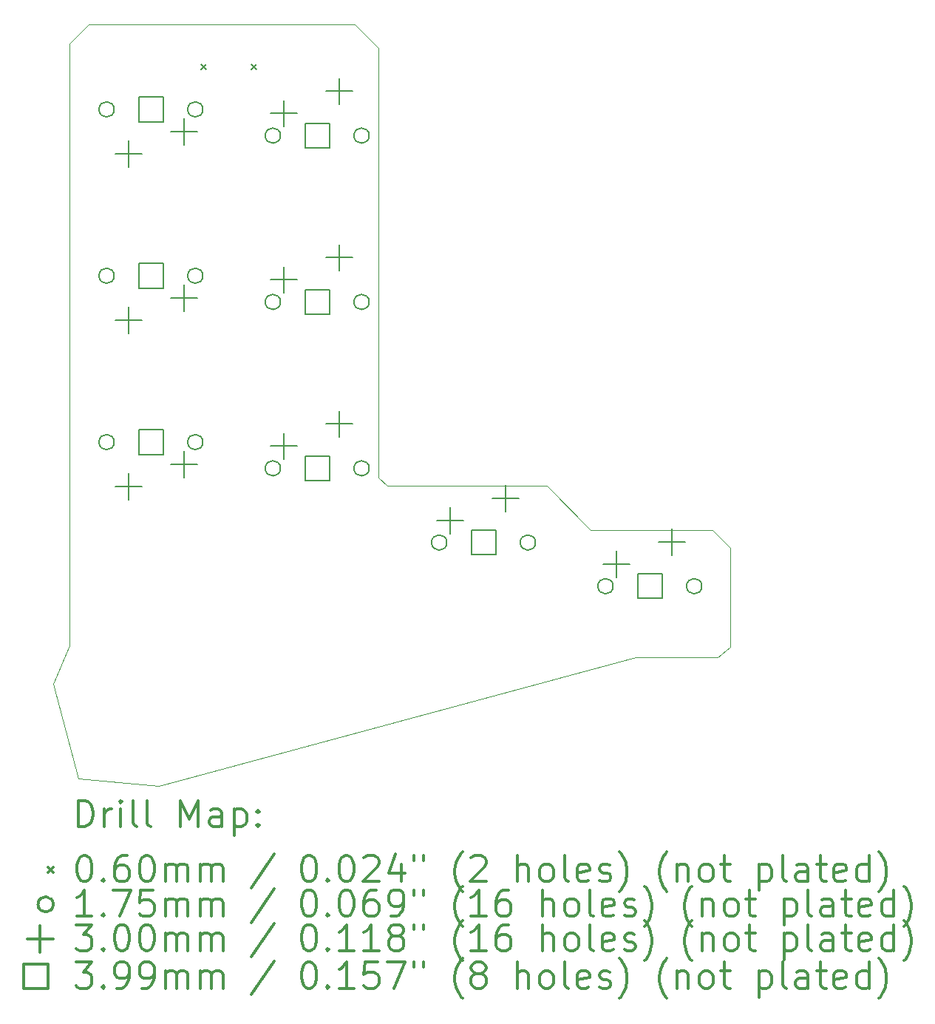
<source format=gbr>
%FSLAX45Y45*%
G04 Gerber Fmt 4.5, Leading zero omitted, Abs format (unit mm)*
G04 Created by KiCad (PCBNEW (5.1.4)-1) date 2023-07-27 21:12:18*
%MOMM*%
%LPD*%
G04 APERTURE LIST*
%ADD10C,0.050000*%
%ADD11C,0.200000*%
%ADD12C,0.300000*%
G04 APERTURE END LIST*
D10*
X20870000Y-44050000D02*
X19040000Y-44050000D01*
X18940000Y-43950000D02*
X19040000Y-44050000D01*
X22770000Y-44550000D02*
X22971202Y-44760000D01*
X20870000Y-44050000D02*
X21370000Y-44550000D01*
X22770000Y-44550000D02*
X21370000Y-44550000D01*
X21891203Y-46011032D02*
X16430391Y-47480918D01*
X15400249Y-45873435D02*
X15220438Y-46318483D01*
X15399750Y-43338677D02*
X15400903Y-45039647D01*
X15400249Y-45873435D02*
X15401485Y-45141609D01*
X15508251Y-47394663D02*
X15220438Y-46318483D01*
X15401485Y-45141609D02*
X15400903Y-45039647D01*
X18671203Y-38766032D02*
X18941203Y-39036032D01*
X15402190Y-38980639D02*
X15621203Y-38766032D01*
X15508251Y-47394663D02*
X16430391Y-47480918D01*
X18941203Y-39036032D02*
X18940000Y-43950000D01*
X15402190Y-38980639D02*
X15399750Y-43338677D01*
X22971202Y-45891032D02*
X22831202Y-46011032D01*
X18671203Y-38766032D02*
X15621203Y-38766032D01*
X21911203Y-46011032D02*
X22831202Y-46011032D01*
X22971202Y-44760000D02*
X22971202Y-45891032D01*
X21911203Y-46011032D02*
X21891203Y-46011032D01*
D11*
X16908500Y-39220000D02*
X16968500Y-39280000D01*
X16968500Y-39220000D02*
X16908500Y-39280000D01*
X17486500Y-39220000D02*
X17546500Y-39280000D01*
X17546500Y-39220000D02*
X17486500Y-39280000D01*
X17820703Y-43846032D02*
G75*
G03X17820703Y-43846032I-87500J0D01*
G01*
X18836703Y-43846032D02*
G75*
G03X18836703Y-43846032I-87500J0D01*
G01*
X15915703Y-39736032D02*
G75*
G03X15915703Y-39736032I-87500J0D01*
G01*
X16931703Y-39736032D02*
G75*
G03X16931703Y-39736032I-87500J0D01*
G01*
X19725703Y-44696032D02*
G75*
G03X19725703Y-44696032I-87500J0D01*
G01*
X20741703Y-44696032D02*
G75*
G03X20741703Y-44696032I-87500J0D01*
G01*
X15915702Y-41641032D02*
G75*
G03X15915702Y-41641032I-87500J0D01*
G01*
X16931703Y-41641032D02*
G75*
G03X16931703Y-41641032I-87500J0D01*
G01*
X17820703Y-40036032D02*
G75*
G03X17820703Y-40036032I-87500J0D01*
G01*
X18836703Y-40036032D02*
G75*
G03X18836703Y-40036032I-87500J0D01*
G01*
X21630703Y-45196032D02*
G75*
G03X21630703Y-45196032I-87500J0D01*
G01*
X22646702Y-45196032D02*
G75*
G03X22646702Y-45196032I-87500J0D01*
G01*
X15915702Y-43546032D02*
G75*
G03X15915702Y-43546032I-87500J0D01*
G01*
X16931703Y-43546032D02*
G75*
G03X16931703Y-43546032I-87500J0D01*
G01*
X17820703Y-41941032D02*
G75*
G03X17820703Y-41941032I-87500J0D01*
G01*
X18836703Y-41941032D02*
G75*
G03X18836703Y-41941032I-87500J0D01*
G01*
X17860203Y-43442032D02*
X17860203Y-43742032D01*
X17710203Y-43592032D02*
X18010203Y-43592032D01*
X18495203Y-43188032D02*
X18495203Y-43488032D01*
X18345203Y-43338032D02*
X18645203Y-43338032D01*
X16082203Y-40094032D02*
X16082203Y-40394032D01*
X15932203Y-40244032D02*
X16232203Y-40244032D01*
X16717203Y-39840032D02*
X16717203Y-40140032D01*
X16567203Y-39990032D02*
X16867203Y-39990032D01*
X19765203Y-44292032D02*
X19765203Y-44592032D01*
X19615203Y-44442032D02*
X19915203Y-44442032D01*
X20400203Y-44038032D02*
X20400203Y-44338032D01*
X20250203Y-44188032D02*
X20550203Y-44188032D01*
X16082202Y-41999032D02*
X16082202Y-42299032D01*
X15932202Y-42149032D02*
X16232202Y-42149032D01*
X16717202Y-41745032D02*
X16717202Y-42045032D01*
X16567202Y-41895032D02*
X16867203Y-41895032D01*
X17860203Y-39632032D02*
X17860203Y-39932032D01*
X17710203Y-39782032D02*
X18010203Y-39782032D01*
X18495203Y-39378032D02*
X18495203Y-39678032D01*
X18345203Y-39528032D02*
X18645203Y-39528032D01*
X21670203Y-44792032D02*
X21670203Y-45092032D01*
X21520203Y-44942032D02*
X21820203Y-44942032D01*
X22305203Y-44538032D02*
X22305203Y-44838032D01*
X22155203Y-44688032D02*
X22455202Y-44688032D01*
X16082202Y-43904032D02*
X16082202Y-44204032D01*
X15932202Y-44054032D02*
X16232202Y-44054032D01*
X16717202Y-43650032D02*
X16717202Y-43950032D01*
X16567202Y-43800032D02*
X16867203Y-43800032D01*
X17860203Y-41537032D02*
X17860203Y-41837032D01*
X17710203Y-41687032D02*
X18010203Y-41687032D01*
X18495203Y-41283032D02*
X18495203Y-41583032D01*
X18345203Y-41433032D02*
X18645203Y-41433032D01*
X16477194Y-39877024D02*
X16477194Y-39595041D01*
X16195211Y-39595041D01*
X16195211Y-39877024D01*
X16477194Y-39877024D01*
X20287194Y-44837024D02*
X20287194Y-44555041D01*
X20005211Y-44555041D01*
X20005211Y-44837024D01*
X20287194Y-44837024D01*
X16477194Y-41782024D02*
X16477194Y-41500041D01*
X16195211Y-41500041D01*
X16195211Y-41782024D01*
X16477194Y-41782024D01*
X18382194Y-40177024D02*
X18382194Y-39895041D01*
X18100211Y-39895041D01*
X18100211Y-40177024D01*
X18382194Y-40177024D01*
X22192194Y-45337024D02*
X22192194Y-45055041D01*
X21910211Y-45055041D01*
X21910211Y-45337024D01*
X22192194Y-45337024D01*
X16477194Y-43687024D02*
X16477194Y-43405041D01*
X16195211Y-43405041D01*
X16195211Y-43687024D01*
X16477194Y-43687024D01*
X18382194Y-42082024D02*
X18382194Y-41800041D01*
X18100211Y-41800041D01*
X18100211Y-42082024D01*
X18382194Y-42082024D01*
X18382194Y-43987024D02*
X18382194Y-43705041D01*
X18100211Y-43705041D01*
X18100211Y-43987024D01*
X18382194Y-43987024D01*
D12*
X15504366Y-47949133D02*
X15504366Y-47649133D01*
X15575795Y-47649133D01*
X15618652Y-47663419D01*
X15647223Y-47691990D01*
X15661509Y-47720561D01*
X15675795Y-47777704D01*
X15675795Y-47820561D01*
X15661509Y-47877704D01*
X15647223Y-47906276D01*
X15618652Y-47934847D01*
X15575795Y-47949133D01*
X15504366Y-47949133D01*
X15804366Y-47949133D02*
X15804366Y-47749133D01*
X15804366Y-47806276D02*
X15818652Y-47777704D01*
X15832938Y-47763419D01*
X15861509Y-47749133D01*
X15890080Y-47749133D01*
X15990080Y-47949133D02*
X15990080Y-47749133D01*
X15990080Y-47649133D02*
X15975795Y-47663419D01*
X15990080Y-47677704D01*
X16004366Y-47663419D01*
X15990080Y-47649133D01*
X15990080Y-47677704D01*
X16175795Y-47949133D02*
X16147223Y-47934847D01*
X16132938Y-47906276D01*
X16132938Y-47649133D01*
X16332938Y-47949133D02*
X16304366Y-47934847D01*
X16290080Y-47906276D01*
X16290080Y-47649133D01*
X16675795Y-47949133D02*
X16675795Y-47649133D01*
X16775795Y-47863419D01*
X16875795Y-47649133D01*
X16875795Y-47949133D01*
X17147223Y-47949133D02*
X17147223Y-47791990D01*
X17132938Y-47763419D01*
X17104366Y-47749133D01*
X17047223Y-47749133D01*
X17018652Y-47763419D01*
X17147223Y-47934847D02*
X17118652Y-47949133D01*
X17047223Y-47949133D01*
X17018652Y-47934847D01*
X17004366Y-47906276D01*
X17004366Y-47877704D01*
X17018652Y-47849133D01*
X17047223Y-47834847D01*
X17118652Y-47834847D01*
X17147223Y-47820561D01*
X17290081Y-47749133D02*
X17290081Y-48049133D01*
X17290081Y-47763419D02*
X17318652Y-47749133D01*
X17375795Y-47749133D01*
X17404366Y-47763419D01*
X17418652Y-47777704D01*
X17432938Y-47806276D01*
X17432938Y-47891990D01*
X17418652Y-47920561D01*
X17404366Y-47934847D01*
X17375795Y-47949133D01*
X17318652Y-47949133D01*
X17290081Y-47934847D01*
X17561509Y-47920561D02*
X17575795Y-47934847D01*
X17561509Y-47949133D01*
X17547223Y-47934847D01*
X17561509Y-47920561D01*
X17561509Y-47949133D01*
X17561509Y-47763419D02*
X17575795Y-47777704D01*
X17561509Y-47791990D01*
X17547223Y-47777704D01*
X17561509Y-47763419D01*
X17561509Y-47791990D01*
X15157938Y-48413419D02*
X15217938Y-48473419D01*
X15217938Y-48413419D02*
X15157938Y-48473419D01*
X15561509Y-48279133D02*
X15590080Y-48279133D01*
X15618652Y-48293419D01*
X15632938Y-48307704D01*
X15647223Y-48336276D01*
X15661509Y-48393419D01*
X15661509Y-48464847D01*
X15647223Y-48521990D01*
X15632938Y-48550561D01*
X15618652Y-48564847D01*
X15590080Y-48579133D01*
X15561509Y-48579133D01*
X15532938Y-48564847D01*
X15518652Y-48550561D01*
X15504366Y-48521990D01*
X15490080Y-48464847D01*
X15490080Y-48393419D01*
X15504366Y-48336276D01*
X15518652Y-48307704D01*
X15532938Y-48293419D01*
X15561509Y-48279133D01*
X15790080Y-48550561D02*
X15804366Y-48564847D01*
X15790080Y-48579133D01*
X15775795Y-48564847D01*
X15790080Y-48550561D01*
X15790080Y-48579133D01*
X16061509Y-48279133D02*
X16004366Y-48279133D01*
X15975795Y-48293419D01*
X15961509Y-48307704D01*
X15932938Y-48350561D01*
X15918652Y-48407704D01*
X15918652Y-48521990D01*
X15932938Y-48550561D01*
X15947223Y-48564847D01*
X15975795Y-48579133D01*
X16032938Y-48579133D01*
X16061509Y-48564847D01*
X16075795Y-48550561D01*
X16090080Y-48521990D01*
X16090080Y-48450561D01*
X16075795Y-48421990D01*
X16061509Y-48407704D01*
X16032938Y-48393419D01*
X15975795Y-48393419D01*
X15947223Y-48407704D01*
X15932938Y-48421990D01*
X15918652Y-48450561D01*
X16275795Y-48279133D02*
X16304366Y-48279133D01*
X16332938Y-48293419D01*
X16347223Y-48307704D01*
X16361509Y-48336276D01*
X16375795Y-48393419D01*
X16375795Y-48464847D01*
X16361509Y-48521990D01*
X16347223Y-48550561D01*
X16332938Y-48564847D01*
X16304366Y-48579133D01*
X16275795Y-48579133D01*
X16247223Y-48564847D01*
X16232938Y-48550561D01*
X16218652Y-48521990D01*
X16204366Y-48464847D01*
X16204366Y-48393419D01*
X16218652Y-48336276D01*
X16232938Y-48307704D01*
X16247223Y-48293419D01*
X16275795Y-48279133D01*
X16504366Y-48579133D02*
X16504366Y-48379133D01*
X16504366Y-48407704D02*
X16518652Y-48393419D01*
X16547223Y-48379133D01*
X16590080Y-48379133D01*
X16618652Y-48393419D01*
X16632938Y-48421990D01*
X16632938Y-48579133D01*
X16632938Y-48421990D02*
X16647223Y-48393419D01*
X16675795Y-48379133D01*
X16718652Y-48379133D01*
X16747223Y-48393419D01*
X16761509Y-48421990D01*
X16761509Y-48579133D01*
X16904366Y-48579133D02*
X16904366Y-48379133D01*
X16904366Y-48407704D02*
X16918652Y-48393419D01*
X16947223Y-48379133D01*
X16990081Y-48379133D01*
X17018652Y-48393419D01*
X17032938Y-48421990D01*
X17032938Y-48579133D01*
X17032938Y-48421990D02*
X17047223Y-48393419D01*
X17075795Y-48379133D01*
X17118652Y-48379133D01*
X17147223Y-48393419D01*
X17161509Y-48421990D01*
X17161509Y-48579133D01*
X17747223Y-48264847D02*
X17490081Y-48650561D01*
X18132938Y-48279133D02*
X18161509Y-48279133D01*
X18190081Y-48293419D01*
X18204366Y-48307704D01*
X18218652Y-48336276D01*
X18232938Y-48393419D01*
X18232938Y-48464847D01*
X18218652Y-48521990D01*
X18204366Y-48550561D01*
X18190081Y-48564847D01*
X18161509Y-48579133D01*
X18132938Y-48579133D01*
X18104366Y-48564847D01*
X18090081Y-48550561D01*
X18075795Y-48521990D01*
X18061509Y-48464847D01*
X18061509Y-48393419D01*
X18075795Y-48336276D01*
X18090081Y-48307704D01*
X18104366Y-48293419D01*
X18132938Y-48279133D01*
X18361509Y-48550561D02*
X18375795Y-48564847D01*
X18361509Y-48579133D01*
X18347223Y-48564847D01*
X18361509Y-48550561D01*
X18361509Y-48579133D01*
X18561509Y-48279133D02*
X18590081Y-48279133D01*
X18618652Y-48293419D01*
X18632938Y-48307704D01*
X18647223Y-48336276D01*
X18661509Y-48393419D01*
X18661509Y-48464847D01*
X18647223Y-48521990D01*
X18632938Y-48550561D01*
X18618652Y-48564847D01*
X18590081Y-48579133D01*
X18561509Y-48579133D01*
X18532938Y-48564847D01*
X18518652Y-48550561D01*
X18504366Y-48521990D01*
X18490081Y-48464847D01*
X18490081Y-48393419D01*
X18504366Y-48336276D01*
X18518652Y-48307704D01*
X18532938Y-48293419D01*
X18561509Y-48279133D01*
X18775795Y-48307704D02*
X18790081Y-48293419D01*
X18818652Y-48279133D01*
X18890081Y-48279133D01*
X18918652Y-48293419D01*
X18932938Y-48307704D01*
X18947223Y-48336276D01*
X18947223Y-48364847D01*
X18932938Y-48407704D01*
X18761509Y-48579133D01*
X18947223Y-48579133D01*
X19204366Y-48379133D02*
X19204366Y-48579133D01*
X19132938Y-48264847D02*
X19061509Y-48479133D01*
X19247223Y-48479133D01*
X19347223Y-48279133D02*
X19347223Y-48336276D01*
X19461509Y-48279133D02*
X19461509Y-48336276D01*
X19904366Y-48693419D02*
X19890081Y-48679133D01*
X19861509Y-48636276D01*
X19847223Y-48607704D01*
X19832938Y-48564847D01*
X19818652Y-48493419D01*
X19818652Y-48436276D01*
X19832938Y-48364847D01*
X19847223Y-48321990D01*
X19861509Y-48293419D01*
X19890081Y-48250561D01*
X19904366Y-48236276D01*
X20004366Y-48307704D02*
X20018652Y-48293419D01*
X20047223Y-48279133D01*
X20118652Y-48279133D01*
X20147223Y-48293419D01*
X20161509Y-48307704D01*
X20175795Y-48336276D01*
X20175795Y-48364847D01*
X20161509Y-48407704D01*
X19990081Y-48579133D01*
X20175795Y-48579133D01*
X20532938Y-48579133D02*
X20532938Y-48279133D01*
X20661509Y-48579133D02*
X20661509Y-48421990D01*
X20647223Y-48393419D01*
X20618652Y-48379133D01*
X20575795Y-48379133D01*
X20547223Y-48393419D01*
X20532938Y-48407704D01*
X20847223Y-48579133D02*
X20818652Y-48564847D01*
X20804366Y-48550561D01*
X20790081Y-48521990D01*
X20790081Y-48436276D01*
X20804366Y-48407704D01*
X20818652Y-48393419D01*
X20847223Y-48379133D01*
X20890081Y-48379133D01*
X20918652Y-48393419D01*
X20932938Y-48407704D01*
X20947223Y-48436276D01*
X20947223Y-48521990D01*
X20932938Y-48550561D01*
X20918652Y-48564847D01*
X20890081Y-48579133D01*
X20847223Y-48579133D01*
X21118652Y-48579133D02*
X21090081Y-48564847D01*
X21075795Y-48536276D01*
X21075795Y-48279133D01*
X21347223Y-48564847D02*
X21318652Y-48579133D01*
X21261509Y-48579133D01*
X21232938Y-48564847D01*
X21218652Y-48536276D01*
X21218652Y-48421990D01*
X21232938Y-48393419D01*
X21261509Y-48379133D01*
X21318652Y-48379133D01*
X21347223Y-48393419D01*
X21361509Y-48421990D01*
X21361509Y-48450561D01*
X21218652Y-48479133D01*
X21475795Y-48564847D02*
X21504366Y-48579133D01*
X21561509Y-48579133D01*
X21590081Y-48564847D01*
X21604366Y-48536276D01*
X21604366Y-48521990D01*
X21590081Y-48493419D01*
X21561509Y-48479133D01*
X21518652Y-48479133D01*
X21490081Y-48464847D01*
X21475795Y-48436276D01*
X21475795Y-48421990D01*
X21490081Y-48393419D01*
X21518652Y-48379133D01*
X21561509Y-48379133D01*
X21590081Y-48393419D01*
X21704366Y-48693419D02*
X21718652Y-48679133D01*
X21747223Y-48636276D01*
X21761509Y-48607704D01*
X21775795Y-48564847D01*
X21790081Y-48493419D01*
X21790081Y-48436276D01*
X21775795Y-48364847D01*
X21761509Y-48321990D01*
X21747223Y-48293419D01*
X21718652Y-48250561D01*
X21704366Y-48236276D01*
X22247223Y-48693419D02*
X22232938Y-48679133D01*
X22204366Y-48636276D01*
X22190081Y-48607704D01*
X22175795Y-48564847D01*
X22161509Y-48493419D01*
X22161509Y-48436276D01*
X22175795Y-48364847D01*
X22190081Y-48321990D01*
X22204366Y-48293419D01*
X22232938Y-48250561D01*
X22247223Y-48236276D01*
X22361509Y-48379133D02*
X22361509Y-48579133D01*
X22361509Y-48407704D02*
X22375795Y-48393419D01*
X22404366Y-48379133D01*
X22447223Y-48379133D01*
X22475795Y-48393419D01*
X22490080Y-48421990D01*
X22490080Y-48579133D01*
X22675795Y-48579133D02*
X22647223Y-48564847D01*
X22632938Y-48550561D01*
X22618652Y-48521990D01*
X22618652Y-48436276D01*
X22632938Y-48407704D01*
X22647223Y-48393419D01*
X22675795Y-48379133D01*
X22718652Y-48379133D01*
X22747223Y-48393419D01*
X22761509Y-48407704D01*
X22775795Y-48436276D01*
X22775795Y-48521990D01*
X22761509Y-48550561D01*
X22747223Y-48564847D01*
X22718652Y-48579133D01*
X22675795Y-48579133D01*
X22861509Y-48379133D02*
X22975795Y-48379133D01*
X22904366Y-48279133D02*
X22904366Y-48536276D01*
X22918652Y-48564847D01*
X22947223Y-48579133D01*
X22975795Y-48579133D01*
X23304366Y-48379133D02*
X23304366Y-48679133D01*
X23304366Y-48393419D02*
X23332938Y-48379133D01*
X23390080Y-48379133D01*
X23418652Y-48393419D01*
X23432938Y-48407704D01*
X23447223Y-48436276D01*
X23447223Y-48521990D01*
X23432938Y-48550561D01*
X23418652Y-48564847D01*
X23390080Y-48579133D01*
X23332938Y-48579133D01*
X23304366Y-48564847D01*
X23618652Y-48579133D02*
X23590080Y-48564847D01*
X23575795Y-48536276D01*
X23575795Y-48279133D01*
X23861509Y-48579133D02*
X23861509Y-48421990D01*
X23847223Y-48393419D01*
X23818652Y-48379133D01*
X23761509Y-48379133D01*
X23732938Y-48393419D01*
X23861509Y-48564847D02*
X23832938Y-48579133D01*
X23761509Y-48579133D01*
X23732938Y-48564847D01*
X23718652Y-48536276D01*
X23718652Y-48507704D01*
X23732938Y-48479133D01*
X23761509Y-48464847D01*
X23832938Y-48464847D01*
X23861509Y-48450561D01*
X23961509Y-48379133D02*
X24075795Y-48379133D01*
X24004366Y-48279133D02*
X24004366Y-48536276D01*
X24018652Y-48564847D01*
X24047223Y-48579133D01*
X24075795Y-48579133D01*
X24290080Y-48564847D02*
X24261509Y-48579133D01*
X24204366Y-48579133D01*
X24175795Y-48564847D01*
X24161509Y-48536276D01*
X24161509Y-48421990D01*
X24175795Y-48393419D01*
X24204366Y-48379133D01*
X24261509Y-48379133D01*
X24290080Y-48393419D01*
X24304366Y-48421990D01*
X24304366Y-48450561D01*
X24161509Y-48479133D01*
X24561509Y-48579133D02*
X24561509Y-48279133D01*
X24561509Y-48564847D02*
X24532938Y-48579133D01*
X24475795Y-48579133D01*
X24447223Y-48564847D01*
X24432938Y-48550561D01*
X24418652Y-48521990D01*
X24418652Y-48436276D01*
X24432938Y-48407704D01*
X24447223Y-48393419D01*
X24475795Y-48379133D01*
X24532938Y-48379133D01*
X24561509Y-48393419D01*
X24675795Y-48693419D02*
X24690080Y-48679133D01*
X24718652Y-48636276D01*
X24732938Y-48607704D01*
X24747223Y-48564847D01*
X24761509Y-48493419D01*
X24761509Y-48436276D01*
X24747223Y-48364847D01*
X24732938Y-48321990D01*
X24718652Y-48293419D01*
X24690080Y-48250561D01*
X24675795Y-48236276D01*
X15217938Y-48839419D02*
G75*
G03X15217938Y-48839419I-87500J0D01*
G01*
X15661509Y-48975133D02*
X15490080Y-48975133D01*
X15575795Y-48975133D02*
X15575795Y-48675133D01*
X15547223Y-48717990D01*
X15518652Y-48746561D01*
X15490080Y-48760847D01*
X15790080Y-48946561D02*
X15804366Y-48960847D01*
X15790080Y-48975133D01*
X15775795Y-48960847D01*
X15790080Y-48946561D01*
X15790080Y-48975133D01*
X15904366Y-48675133D02*
X16104366Y-48675133D01*
X15975795Y-48975133D01*
X16361509Y-48675133D02*
X16218652Y-48675133D01*
X16204366Y-48817990D01*
X16218652Y-48803704D01*
X16247223Y-48789419D01*
X16318652Y-48789419D01*
X16347223Y-48803704D01*
X16361509Y-48817990D01*
X16375795Y-48846561D01*
X16375795Y-48917990D01*
X16361509Y-48946561D01*
X16347223Y-48960847D01*
X16318652Y-48975133D01*
X16247223Y-48975133D01*
X16218652Y-48960847D01*
X16204366Y-48946561D01*
X16504366Y-48975133D02*
X16504366Y-48775133D01*
X16504366Y-48803704D02*
X16518652Y-48789419D01*
X16547223Y-48775133D01*
X16590080Y-48775133D01*
X16618652Y-48789419D01*
X16632938Y-48817990D01*
X16632938Y-48975133D01*
X16632938Y-48817990D02*
X16647223Y-48789419D01*
X16675795Y-48775133D01*
X16718652Y-48775133D01*
X16747223Y-48789419D01*
X16761509Y-48817990D01*
X16761509Y-48975133D01*
X16904366Y-48975133D02*
X16904366Y-48775133D01*
X16904366Y-48803704D02*
X16918652Y-48789419D01*
X16947223Y-48775133D01*
X16990081Y-48775133D01*
X17018652Y-48789419D01*
X17032938Y-48817990D01*
X17032938Y-48975133D01*
X17032938Y-48817990D02*
X17047223Y-48789419D01*
X17075795Y-48775133D01*
X17118652Y-48775133D01*
X17147223Y-48789419D01*
X17161509Y-48817990D01*
X17161509Y-48975133D01*
X17747223Y-48660847D02*
X17490081Y-49046561D01*
X18132938Y-48675133D02*
X18161509Y-48675133D01*
X18190081Y-48689419D01*
X18204366Y-48703704D01*
X18218652Y-48732276D01*
X18232938Y-48789419D01*
X18232938Y-48860847D01*
X18218652Y-48917990D01*
X18204366Y-48946561D01*
X18190081Y-48960847D01*
X18161509Y-48975133D01*
X18132938Y-48975133D01*
X18104366Y-48960847D01*
X18090081Y-48946561D01*
X18075795Y-48917990D01*
X18061509Y-48860847D01*
X18061509Y-48789419D01*
X18075795Y-48732276D01*
X18090081Y-48703704D01*
X18104366Y-48689419D01*
X18132938Y-48675133D01*
X18361509Y-48946561D02*
X18375795Y-48960847D01*
X18361509Y-48975133D01*
X18347223Y-48960847D01*
X18361509Y-48946561D01*
X18361509Y-48975133D01*
X18561509Y-48675133D02*
X18590081Y-48675133D01*
X18618652Y-48689419D01*
X18632938Y-48703704D01*
X18647223Y-48732276D01*
X18661509Y-48789419D01*
X18661509Y-48860847D01*
X18647223Y-48917990D01*
X18632938Y-48946561D01*
X18618652Y-48960847D01*
X18590081Y-48975133D01*
X18561509Y-48975133D01*
X18532938Y-48960847D01*
X18518652Y-48946561D01*
X18504366Y-48917990D01*
X18490081Y-48860847D01*
X18490081Y-48789419D01*
X18504366Y-48732276D01*
X18518652Y-48703704D01*
X18532938Y-48689419D01*
X18561509Y-48675133D01*
X18918652Y-48675133D02*
X18861509Y-48675133D01*
X18832938Y-48689419D01*
X18818652Y-48703704D01*
X18790081Y-48746561D01*
X18775795Y-48803704D01*
X18775795Y-48917990D01*
X18790081Y-48946561D01*
X18804366Y-48960847D01*
X18832938Y-48975133D01*
X18890081Y-48975133D01*
X18918652Y-48960847D01*
X18932938Y-48946561D01*
X18947223Y-48917990D01*
X18947223Y-48846561D01*
X18932938Y-48817990D01*
X18918652Y-48803704D01*
X18890081Y-48789419D01*
X18832938Y-48789419D01*
X18804366Y-48803704D01*
X18790081Y-48817990D01*
X18775795Y-48846561D01*
X19090081Y-48975133D02*
X19147223Y-48975133D01*
X19175795Y-48960847D01*
X19190081Y-48946561D01*
X19218652Y-48903704D01*
X19232938Y-48846561D01*
X19232938Y-48732276D01*
X19218652Y-48703704D01*
X19204366Y-48689419D01*
X19175795Y-48675133D01*
X19118652Y-48675133D01*
X19090081Y-48689419D01*
X19075795Y-48703704D01*
X19061509Y-48732276D01*
X19061509Y-48803704D01*
X19075795Y-48832276D01*
X19090081Y-48846561D01*
X19118652Y-48860847D01*
X19175795Y-48860847D01*
X19204366Y-48846561D01*
X19218652Y-48832276D01*
X19232938Y-48803704D01*
X19347223Y-48675133D02*
X19347223Y-48732276D01*
X19461509Y-48675133D02*
X19461509Y-48732276D01*
X19904366Y-49089419D02*
X19890081Y-49075133D01*
X19861509Y-49032276D01*
X19847223Y-49003704D01*
X19832938Y-48960847D01*
X19818652Y-48889419D01*
X19818652Y-48832276D01*
X19832938Y-48760847D01*
X19847223Y-48717990D01*
X19861509Y-48689419D01*
X19890081Y-48646561D01*
X19904366Y-48632276D01*
X20175795Y-48975133D02*
X20004366Y-48975133D01*
X20090081Y-48975133D02*
X20090081Y-48675133D01*
X20061509Y-48717990D01*
X20032938Y-48746561D01*
X20004366Y-48760847D01*
X20432938Y-48675133D02*
X20375795Y-48675133D01*
X20347223Y-48689419D01*
X20332938Y-48703704D01*
X20304366Y-48746561D01*
X20290081Y-48803704D01*
X20290081Y-48917990D01*
X20304366Y-48946561D01*
X20318652Y-48960847D01*
X20347223Y-48975133D01*
X20404366Y-48975133D01*
X20432938Y-48960847D01*
X20447223Y-48946561D01*
X20461509Y-48917990D01*
X20461509Y-48846561D01*
X20447223Y-48817990D01*
X20432938Y-48803704D01*
X20404366Y-48789419D01*
X20347223Y-48789419D01*
X20318652Y-48803704D01*
X20304366Y-48817990D01*
X20290081Y-48846561D01*
X20818652Y-48975133D02*
X20818652Y-48675133D01*
X20947223Y-48975133D02*
X20947223Y-48817990D01*
X20932938Y-48789419D01*
X20904366Y-48775133D01*
X20861509Y-48775133D01*
X20832938Y-48789419D01*
X20818652Y-48803704D01*
X21132938Y-48975133D02*
X21104366Y-48960847D01*
X21090081Y-48946561D01*
X21075795Y-48917990D01*
X21075795Y-48832276D01*
X21090081Y-48803704D01*
X21104366Y-48789419D01*
X21132938Y-48775133D01*
X21175795Y-48775133D01*
X21204366Y-48789419D01*
X21218652Y-48803704D01*
X21232938Y-48832276D01*
X21232938Y-48917990D01*
X21218652Y-48946561D01*
X21204366Y-48960847D01*
X21175795Y-48975133D01*
X21132938Y-48975133D01*
X21404366Y-48975133D02*
X21375795Y-48960847D01*
X21361509Y-48932276D01*
X21361509Y-48675133D01*
X21632938Y-48960847D02*
X21604366Y-48975133D01*
X21547223Y-48975133D01*
X21518652Y-48960847D01*
X21504366Y-48932276D01*
X21504366Y-48817990D01*
X21518652Y-48789419D01*
X21547223Y-48775133D01*
X21604366Y-48775133D01*
X21632938Y-48789419D01*
X21647223Y-48817990D01*
X21647223Y-48846561D01*
X21504366Y-48875133D01*
X21761509Y-48960847D02*
X21790081Y-48975133D01*
X21847223Y-48975133D01*
X21875795Y-48960847D01*
X21890081Y-48932276D01*
X21890081Y-48917990D01*
X21875795Y-48889419D01*
X21847223Y-48875133D01*
X21804366Y-48875133D01*
X21775795Y-48860847D01*
X21761509Y-48832276D01*
X21761509Y-48817990D01*
X21775795Y-48789419D01*
X21804366Y-48775133D01*
X21847223Y-48775133D01*
X21875795Y-48789419D01*
X21990081Y-49089419D02*
X22004366Y-49075133D01*
X22032938Y-49032276D01*
X22047223Y-49003704D01*
X22061509Y-48960847D01*
X22075795Y-48889419D01*
X22075795Y-48832276D01*
X22061509Y-48760847D01*
X22047223Y-48717990D01*
X22032938Y-48689419D01*
X22004366Y-48646561D01*
X21990081Y-48632276D01*
X22532938Y-49089419D02*
X22518652Y-49075133D01*
X22490080Y-49032276D01*
X22475795Y-49003704D01*
X22461509Y-48960847D01*
X22447223Y-48889419D01*
X22447223Y-48832276D01*
X22461509Y-48760847D01*
X22475795Y-48717990D01*
X22490080Y-48689419D01*
X22518652Y-48646561D01*
X22532938Y-48632276D01*
X22647223Y-48775133D02*
X22647223Y-48975133D01*
X22647223Y-48803704D02*
X22661509Y-48789419D01*
X22690080Y-48775133D01*
X22732938Y-48775133D01*
X22761509Y-48789419D01*
X22775795Y-48817990D01*
X22775795Y-48975133D01*
X22961509Y-48975133D02*
X22932938Y-48960847D01*
X22918652Y-48946561D01*
X22904366Y-48917990D01*
X22904366Y-48832276D01*
X22918652Y-48803704D01*
X22932938Y-48789419D01*
X22961509Y-48775133D01*
X23004366Y-48775133D01*
X23032938Y-48789419D01*
X23047223Y-48803704D01*
X23061509Y-48832276D01*
X23061509Y-48917990D01*
X23047223Y-48946561D01*
X23032938Y-48960847D01*
X23004366Y-48975133D01*
X22961509Y-48975133D01*
X23147223Y-48775133D02*
X23261509Y-48775133D01*
X23190080Y-48675133D02*
X23190080Y-48932276D01*
X23204366Y-48960847D01*
X23232938Y-48975133D01*
X23261509Y-48975133D01*
X23590080Y-48775133D02*
X23590080Y-49075133D01*
X23590080Y-48789419D02*
X23618652Y-48775133D01*
X23675795Y-48775133D01*
X23704366Y-48789419D01*
X23718652Y-48803704D01*
X23732938Y-48832276D01*
X23732938Y-48917990D01*
X23718652Y-48946561D01*
X23704366Y-48960847D01*
X23675795Y-48975133D01*
X23618652Y-48975133D01*
X23590080Y-48960847D01*
X23904366Y-48975133D02*
X23875795Y-48960847D01*
X23861509Y-48932276D01*
X23861509Y-48675133D01*
X24147223Y-48975133D02*
X24147223Y-48817990D01*
X24132938Y-48789419D01*
X24104366Y-48775133D01*
X24047223Y-48775133D01*
X24018652Y-48789419D01*
X24147223Y-48960847D02*
X24118652Y-48975133D01*
X24047223Y-48975133D01*
X24018652Y-48960847D01*
X24004366Y-48932276D01*
X24004366Y-48903704D01*
X24018652Y-48875133D01*
X24047223Y-48860847D01*
X24118652Y-48860847D01*
X24147223Y-48846561D01*
X24247223Y-48775133D02*
X24361509Y-48775133D01*
X24290080Y-48675133D02*
X24290080Y-48932276D01*
X24304366Y-48960847D01*
X24332938Y-48975133D01*
X24361509Y-48975133D01*
X24575795Y-48960847D02*
X24547223Y-48975133D01*
X24490080Y-48975133D01*
X24461509Y-48960847D01*
X24447223Y-48932276D01*
X24447223Y-48817990D01*
X24461509Y-48789419D01*
X24490080Y-48775133D01*
X24547223Y-48775133D01*
X24575795Y-48789419D01*
X24590080Y-48817990D01*
X24590080Y-48846561D01*
X24447223Y-48875133D01*
X24847223Y-48975133D02*
X24847223Y-48675133D01*
X24847223Y-48960847D02*
X24818652Y-48975133D01*
X24761509Y-48975133D01*
X24732938Y-48960847D01*
X24718652Y-48946561D01*
X24704366Y-48917990D01*
X24704366Y-48832276D01*
X24718652Y-48803704D01*
X24732938Y-48789419D01*
X24761509Y-48775133D01*
X24818652Y-48775133D01*
X24847223Y-48789419D01*
X24961509Y-49089419D02*
X24975795Y-49075133D01*
X25004366Y-49032276D01*
X25018652Y-49003704D01*
X25032938Y-48960847D01*
X25047223Y-48889419D01*
X25047223Y-48832276D01*
X25032938Y-48760847D01*
X25018652Y-48717990D01*
X25004366Y-48689419D01*
X24975795Y-48646561D01*
X24961509Y-48632276D01*
X15067938Y-49085419D02*
X15067938Y-49385419D01*
X14917938Y-49235419D02*
X15217938Y-49235419D01*
X15475795Y-49071133D02*
X15661509Y-49071133D01*
X15561509Y-49185419D01*
X15604366Y-49185419D01*
X15632938Y-49199704D01*
X15647223Y-49213990D01*
X15661509Y-49242561D01*
X15661509Y-49313990D01*
X15647223Y-49342561D01*
X15632938Y-49356847D01*
X15604366Y-49371133D01*
X15518652Y-49371133D01*
X15490080Y-49356847D01*
X15475795Y-49342561D01*
X15790080Y-49342561D02*
X15804366Y-49356847D01*
X15790080Y-49371133D01*
X15775795Y-49356847D01*
X15790080Y-49342561D01*
X15790080Y-49371133D01*
X15990080Y-49071133D02*
X16018652Y-49071133D01*
X16047223Y-49085419D01*
X16061509Y-49099704D01*
X16075795Y-49128276D01*
X16090080Y-49185419D01*
X16090080Y-49256847D01*
X16075795Y-49313990D01*
X16061509Y-49342561D01*
X16047223Y-49356847D01*
X16018652Y-49371133D01*
X15990080Y-49371133D01*
X15961509Y-49356847D01*
X15947223Y-49342561D01*
X15932938Y-49313990D01*
X15918652Y-49256847D01*
X15918652Y-49185419D01*
X15932938Y-49128276D01*
X15947223Y-49099704D01*
X15961509Y-49085419D01*
X15990080Y-49071133D01*
X16275795Y-49071133D02*
X16304366Y-49071133D01*
X16332938Y-49085419D01*
X16347223Y-49099704D01*
X16361509Y-49128276D01*
X16375795Y-49185419D01*
X16375795Y-49256847D01*
X16361509Y-49313990D01*
X16347223Y-49342561D01*
X16332938Y-49356847D01*
X16304366Y-49371133D01*
X16275795Y-49371133D01*
X16247223Y-49356847D01*
X16232938Y-49342561D01*
X16218652Y-49313990D01*
X16204366Y-49256847D01*
X16204366Y-49185419D01*
X16218652Y-49128276D01*
X16232938Y-49099704D01*
X16247223Y-49085419D01*
X16275795Y-49071133D01*
X16504366Y-49371133D02*
X16504366Y-49171133D01*
X16504366Y-49199704D02*
X16518652Y-49185419D01*
X16547223Y-49171133D01*
X16590080Y-49171133D01*
X16618652Y-49185419D01*
X16632938Y-49213990D01*
X16632938Y-49371133D01*
X16632938Y-49213990D02*
X16647223Y-49185419D01*
X16675795Y-49171133D01*
X16718652Y-49171133D01*
X16747223Y-49185419D01*
X16761509Y-49213990D01*
X16761509Y-49371133D01*
X16904366Y-49371133D02*
X16904366Y-49171133D01*
X16904366Y-49199704D02*
X16918652Y-49185419D01*
X16947223Y-49171133D01*
X16990081Y-49171133D01*
X17018652Y-49185419D01*
X17032938Y-49213990D01*
X17032938Y-49371133D01*
X17032938Y-49213990D02*
X17047223Y-49185419D01*
X17075795Y-49171133D01*
X17118652Y-49171133D01*
X17147223Y-49185419D01*
X17161509Y-49213990D01*
X17161509Y-49371133D01*
X17747223Y-49056847D02*
X17490081Y-49442561D01*
X18132938Y-49071133D02*
X18161509Y-49071133D01*
X18190081Y-49085419D01*
X18204366Y-49099704D01*
X18218652Y-49128276D01*
X18232938Y-49185419D01*
X18232938Y-49256847D01*
X18218652Y-49313990D01*
X18204366Y-49342561D01*
X18190081Y-49356847D01*
X18161509Y-49371133D01*
X18132938Y-49371133D01*
X18104366Y-49356847D01*
X18090081Y-49342561D01*
X18075795Y-49313990D01*
X18061509Y-49256847D01*
X18061509Y-49185419D01*
X18075795Y-49128276D01*
X18090081Y-49099704D01*
X18104366Y-49085419D01*
X18132938Y-49071133D01*
X18361509Y-49342561D02*
X18375795Y-49356847D01*
X18361509Y-49371133D01*
X18347223Y-49356847D01*
X18361509Y-49342561D01*
X18361509Y-49371133D01*
X18661509Y-49371133D02*
X18490081Y-49371133D01*
X18575795Y-49371133D02*
X18575795Y-49071133D01*
X18547223Y-49113990D01*
X18518652Y-49142561D01*
X18490081Y-49156847D01*
X18947223Y-49371133D02*
X18775795Y-49371133D01*
X18861509Y-49371133D02*
X18861509Y-49071133D01*
X18832938Y-49113990D01*
X18804366Y-49142561D01*
X18775795Y-49156847D01*
X19118652Y-49199704D02*
X19090081Y-49185419D01*
X19075795Y-49171133D01*
X19061509Y-49142561D01*
X19061509Y-49128276D01*
X19075795Y-49099704D01*
X19090081Y-49085419D01*
X19118652Y-49071133D01*
X19175795Y-49071133D01*
X19204366Y-49085419D01*
X19218652Y-49099704D01*
X19232938Y-49128276D01*
X19232938Y-49142561D01*
X19218652Y-49171133D01*
X19204366Y-49185419D01*
X19175795Y-49199704D01*
X19118652Y-49199704D01*
X19090081Y-49213990D01*
X19075795Y-49228276D01*
X19061509Y-49256847D01*
X19061509Y-49313990D01*
X19075795Y-49342561D01*
X19090081Y-49356847D01*
X19118652Y-49371133D01*
X19175795Y-49371133D01*
X19204366Y-49356847D01*
X19218652Y-49342561D01*
X19232938Y-49313990D01*
X19232938Y-49256847D01*
X19218652Y-49228276D01*
X19204366Y-49213990D01*
X19175795Y-49199704D01*
X19347223Y-49071133D02*
X19347223Y-49128276D01*
X19461509Y-49071133D02*
X19461509Y-49128276D01*
X19904366Y-49485419D02*
X19890081Y-49471133D01*
X19861509Y-49428276D01*
X19847223Y-49399704D01*
X19832938Y-49356847D01*
X19818652Y-49285419D01*
X19818652Y-49228276D01*
X19832938Y-49156847D01*
X19847223Y-49113990D01*
X19861509Y-49085419D01*
X19890081Y-49042561D01*
X19904366Y-49028276D01*
X20175795Y-49371133D02*
X20004366Y-49371133D01*
X20090081Y-49371133D02*
X20090081Y-49071133D01*
X20061509Y-49113990D01*
X20032938Y-49142561D01*
X20004366Y-49156847D01*
X20432938Y-49071133D02*
X20375795Y-49071133D01*
X20347223Y-49085419D01*
X20332938Y-49099704D01*
X20304366Y-49142561D01*
X20290081Y-49199704D01*
X20290081Y-49313990D01*
X20304366Y-49342561D01*
X20318652Y-49356847D01*
X20347223Y-49371133D01*
X20404366Y-49371133D01*
X20432938Y-49356847D01*
X20447223Y-49342561D01*
X20461509Y-49313990D01*
X20461509Y-49242561D01*
X20447223Y-49213990D01*
X20432938Y-49199704D01*
X20404366Y-49185419D01*
X20347223Y-49185419D01*
X20318652Y-49199704D01*
X20304366Y-49213990D01*
X20290081Y-49242561D01*
X20818652Y-49371133D02*
X20818652Y-49071133D01*
X20947223Y-49371133D02*
X20947223Y-49213990D01*
X20932938Y-49185419D01*
X20904366Y-49171133D01*
X20861509Y-49171133D01*
X20832938Y-49185419D01*
X20818652Y-49199704D01*
X21132938Y-49371133D02*
X21104366Y-49356847D01*
X21090081Y-49342561D01*
X21075795Y-49313990D01*
X21075795Y-49228276D01*
X21090081Y-49199704D01*
X21104366Y-49185419D01*
X21132938Y-49171133D01*
X21175795Y-49171133D01*
X21204366Y-49185419D01*
X21218652Y-49199704D01*
X21232938Y-49228276D01*
X21232938Y-49313990D01*
X21218652Y-49342561D01*
X21204366Y-49356847D01*
X21175795Y-49371133D01*
X21132938Y-49371133D01*
X21404366Y-49371133D02*
X21375795Y-49356847D01*
X21361509Y-49328276D01*
X21361509Y-49071133D01*
X21632938Y-49356847D02*
X21604366Y-49371133D01*
X21547223Y-49371133D01*
X21518652Y-49356847D01*
X21504366Y-49328276D01*
X21504366Y-49213990D01*
X21518652Y-49185419D01*
X21547223Y-49171133D01*
X21604366Y-49171133D01*
X21632938Y-49185419D01*
X21647223Y-49213990D01*
X21647223Y-49242561D01*
X21504366Y-49271133D01*
X21761509Y-49356847D02*
X21790081Y-49371133D01*
X21847223Y-49371133D01*
X21875795Y-49356847D01*
X21890081Y-49328276D01*
X21890081Y-49313990D01*
X21875795Y-49285419D01*
X21847223Y-49271133D01*
X21804366Y-49271133D01*
X21775795Y-49256847D01*
X21761509Y-49228276D01*
X21761509Y-49213990D01*
X21775795Y-49185419D01*
X21804366Y-49171133D01*
X21847223Y-49171133D01*
X21875795Y-49185419D01*
X21990081Y-49485419D02*
X22004366Y-49471133D01*
X22032938Y-49428276D01*
X22047223Y-49399704D01*
X22061509Y-49356847D01*
X22075795Y-49285419D01*
X22075795Y-49228276D01*
X22061509Y-49156847D01*
X22047223Y-49113990D01*
X22032938Y-49085419D01*
X22004366Y-49042561D01*
X21990081Y-49028276D01*
X22532938Y-49485419D02*
X22518652Y-49471133D01*
X22490080Y-49428276D01*
X22475795Y-49399704D01*
X22461509Y-49356847D01*
X22447223Y-49285419D01*
X22447223Y-49228276D01*
X22461509Y-49156847D01*
X22475795Y-49113990D01*
X22490080Y-49085419D01*
X22518652Y-49042561D01*
X22532938Y-49028276D01*
X22647223Y-49171133D02*
X22647223Y-49371133D01*
X22647223Y-49199704D02*
X22661509Y-49185419D01*
X22690080Y-49171133D01*
X22732938Y-49171133D01*
X22761509Y-49185419D01*
X22775795Y-49213990D01*
X22775795Y-49371133D01*
X22961509Y-49371133D02*
X22932938Y-49356847D01*
X22918652Y-49342561D01*
X22904366Y-49313990D01*
X22904366Y-49228276D01*
X22918652Y-49199704D01*
X22932938Y-49185419D01*
X22961509Y-49171133D01*
X23004366Y-49171133D01*
X23032938Y-49185419D01*
X23047223Y-49199704D01*
X23061509Y-49228276D01*
X23061509Y-49313990D01*
X23047223Y-49342561D01*
X23032938Y-49356847D01*
X23004366Y-49371133D01*
X22961509Y-49371133D01*
X23147223Y-49171133D02*
X23261509Y-49171133D01*
X23190080Y-49071133D02*
X23190080Y-49328276D01*
X23204366Y-49356847D01*
X23232938Y-49371133D01*
X23261509Y-49371133D01*
X23590080Y-49171133D02*
X23590080Y-49471133D01*
X23590080Y-49185419D02*
X23618652Y-49171133D01*
X23675795Y-49171133D01*
X23704366Y-49185419D01*
X23718652Y-49199704D01*
X23732938Y-49228276D01*
X23732938Y-49313990D01*
X23718652Y-49342561D01*
X23704366Y-49356847D01*
X23675795Y-49371133D01*
X23618652Y-49371133D01*
X23590080Y-49356847D01*
X23904366Y-49371133D02*
X23875795Y-49356847D01*
X23861509Y-49328276D01*
X23861509Y-49071133D01*
X24147223Y-49371133D02*
X24147223Y-49213990D01*
X24132938Y-49185419D01*
X24104366Y-49171133D01*
X24047223Y-49171133D01*
X24018652Y-49185419D01*
X24147223Y-49356847D02*
X24118652Y-49371133D01*
X24047223Y-49371133D01*
X24018652Y-49356847D01*
X24004366Y-49328276D01*
X24004366Y-49299704D01*
X24018652Y-49271133D01*
X24047223Y-49256847D01*
X24118652Y-49256847D01*
X24147223Y-49242561D01*
X24247223Y-49171133D02*
X24361509Y-49171133D01*
X24290080Y-49071133D02*
X24290080Y-49328276D01*
X24304366Y-49356847D01*
X24332938Y-49371133D01*
X24361509Y-49371133D01*
X24575795Y-49356847D02*
X24547223Y-49371133D01*
X24490080Y-49371133D01*
X24461509Y-49356847D01*
X24447223Y-49328276D01*
X24447223Y-49213990D01*
X24461509Y-49185419D01*
X24490080Y-49171133D01*
X24547223Y-49171133D01*
X24575795Y-49185419D01*
X24590080Y-49213990D01*
X24590080Y-49242561D01*
X24447223Y-49271133D01*
X24847223Y-49371133D02*
X24847223Y-49071133D01*
X24847223Y-49356847D02*
X24818652Y-49371133D01*
X24761509Y-49371133D01*
X24732938Y-49356847D01*
X24718652Y-49342561D01*
X24704366Y-49313990D01*
X24704366Y-49228276D01*
X24718652Y-49199704D01*
X24732938Y-49185419D01*
X24761509Y-49171133D01*
X24818652Y-49171133D01*
X24847223Y-49185419D01*
X24961509Y-49485419D02*
X24975795Y-49471133D01*
X25004366Y-49428276D01*
X25018652Y-49399704D01*
X25032938Y-49356847D01*
X25047223Y-49285419D01*
X25047223Y-49228276D01*
X25032938Y-49156847D01*
X25018652Y-49113990D01*
X25004366Y-49085419D01*
X24975795Y-49042561D01*
X24961509Y-49028276D01*
X15159539Y-49806410D02*
X15159539Y-49524427D01*
X14877556Y-49524427D01*
X14877556Y-49806410D01*
X15159539Y-49806410D01*
X15475795Y-49501133D02*
X15661509Y-49501133D01*
X15561509Y-49615419D01*
X15604366Y-49615419D01*
X15632938Y-49629704D01*
X15647223Y-49643990D01*
X15661509Y-49672561D01*
X15661509Y-49743990D01*
X15647223Y-49772561D01*
X15632938Y-49786847D01*
X15604366Y-49801133D01*
X15518652Y-49801133D01*
X15490080Y-49786847D01*
X15475795Y-49772561D01*
X15790080Y-49772561D02*
X15804366Y-49786847D01*
X15790080Y-49801133D01*
X15775795Y-49786847D01*
X15790080Y-49772561D01*
X15790080Y-49801133D01*
X15947223Y-49801133D02*
X16004366Y-49801133D01*
X16032938Y-49786847D01*
X16047223Y-49772561D01*
X16075795Y-49729704D01*
X16090080Y-49672561D01*
X16090080Y-49558276D01*
X16075795Y-49529704D01*
X16061509Y-49515419D01*
X16032938Y-49501133D01*
X15975795Y-49501133D01*
X15947223Y-49515419D01*
X15932938Y-49529704D01*
X15918652Y-49558276D01*
X15918652Y-49629704D01*
X15932938Y-49658276D01*
X15947223Y-49672561D01*
X15975795Y-49686847D01*
X16032938Y-49686847D01*
X16061509Y-49672561D01*
X16075795Y-49658276D01*
X16090080Y-49629704D01*
X16232938Y-49801133D02*
X16290080Y-49801133D01*
X16318652Y-49786847D01*
X16332938Y-49772561D01*
X16361509Y-49729704D01*
X16375795Y-49672561D01*
X16375795Y-49558276D01*
X16361509Y-49529704D01*
X16347223Y-49515419D01*
X16318652Y-49501133D01*
X16261509Y-49501133D01*
X16232938Y-49515419D01*
X16218652Y-49529704D01*
X16204366Y-49558276D01*
X16204366Y-49629704D01*
X16218652Y-49658276D01*
X16232938Y-49672561D01*
X16261509Y-49686847D01*
X16318652Y-49686847D01*
X16347223Y-49672561D01*
X16361509Y-49658276D01*
X16375795Y-49629704D01*
X16504366Y-49801133D02*
X16504366Y-49601133D01*
X16504366Y-49629704D02*
X16518652Y-49615419D01*
X16547223Y-49601133D01*
X16590080Y-49601133D01*
X16618652Y-49615419D01*
X16632938Y-49643990D01*
X16632938Y-49801133D01*
X16632938Y-49643990D02*
X16647223Y-49615419D01*
X16675795Y-49601133D01*
X16718652Y-49601133D01*
X16747223Y-49615419D01*
X16761509Y-49643990D01*
X16761509Y-49801133D01*
X16904366Y-49801133D02*
X16904366Y-49601133D01*
X16904366Y-49629704D02*
X16918652Y-49615419D01*
X16947223Y-49601133D01*
X16990081Y-49601133D01*
X17018652Y-49615419D01*
X17032938Y-49643990D01*
X17032938Y-49801133D01*
X17032938Y-49643990D02*
X17047223Y-49615419D01*
X17075795Y-49601133D01*
X17118652Y-49601133D01*
X17147223Y-49615419D01*
X17161509Y-49643990D01*
X17161509Y-49801133D01*
X17747223Y-49486847D02*
X17490081Y-49872561D01*
X18132938Y-49501133D02*
X18161509Y-49501133D01*
X18190081Y-49515419D01*
X18204366Y-49529704D01*
X18218652Y-49558276D01*
X18232938Y-49615419D01*
X18232938Y-49686847D01*
X18218652Y-49743990D01*
X18204366Y-49772561D01*
X18190081Y-49786847D01*
X18161509Y-49801133D01*
X18132938Y-49801133D01*
X18104366Y-49786847D01*
X18090081Y-49772561D01*
X18075795Y-49743990D01*
X18061509Y-49686847D01*
X18061509Y-49615419D01*
X18075795Y-49558276D01*
X18090081Y-49529704D01*
X18104366Y-49515419D01*
X18132938Y-49501133D01*
X18361509Y-49772561D02*
X18375795Y-49786847D01*
X18361509Y-49801133D01*
X18347223Y-49786847D01*
X18361509Y-49772561D01*
X18361509Y-49801133D01*
X18661509Y-49801133D02*
X18490081Y-49801133D01*
X18575795Y-49801133D02*
X18575795Y-49501133D01*
X18547223Y-49543990D01*
X18518652Y-49572561D01*
X18490081Y-49586847D01*
X18932938Y-49501133D02*
X18790081Y-49501133D01*
X18775795Y-49643990D01*
X18790081Y-49629704D01*
X18818652Y-49615419D01*
X18890081Y-49615419D01*
X18918652Y-49629704D01*
X18932938Y-49643990D01*
X18947223Y-49672561D01*
X18947223Y-49743990D01*
X18932938Y-49772561D01*
X18918652Y-49786847D01*
X18890081Y-49801133D01*
X18818652Y-49801133D01*
X18790081Y-49786847D01*
X18775795Y-49772561D01*
X19047223Y-49501133D02*
X19247223Y-49501133D01*
X19118652Y-49801133D01*
X19347223Y-49501133D02*
X19347223Y-49558276D01*
X19461509Y-49501133D02*
X19461509Y-49558276D01*
X19904366Y-49915419D02*
X19890081Y-49901133D01*
X19861509Y-49858276D01*
X19847223Y-49829704D01*
X19832938Y-49786847D01*
X19818652Y-49715419D01*
X19818652Y-49658276D01*
X19832938Y-49586847D01*
X19847223Y-49543990D01*
X19861509Y-49515419D01*
X19890081Y-49472561D01*
X19904366Y-49458276D01*
X20061509Y-49629704D02*
X20032938Y-49615419D01*
X20018652Y-49601133D01*
X20004366Y-49572561D01*
X20004366Y-49558276D01*
X20018652Y-49529704D01*
X20032938Y-49515419D01*
X20061509Y-49501133D01*
X20118652Y-49501133D01*
X20147223Y-49515419D01*
X20161509Y-49529704D01*
X20175795Y-49558276D01*
X20175795Y-49572561D01*
X20161509Y-49601133D01*
X20147223Y-49615419D01*
X20118652Y-49629704D01*
X20061509Y-49629704D01*
X20032938Y-49643990D01*
X20018652Y-49658276D01*
X20004366Y-49686847D01*
X20004366Y-49743990D01*
X20018652Y-49772561D01*
X20032938Y-49786847D01*
X20061509Y-49801133D01*
X20118652Y-49801133D01*
X20147223Y-49786847D01*
X20161509Y-49772561D01*
X20175795Y-49743990D01*
X20175795Y-49686847D01*
X20161509Y-49658276D01*
X20147223Y-49643990D01*
X20118652Y-49629704D01*
X20532938Y-49801133D02*
X20532938Y-49501133D01*
X20661509Y-49801133D02*
X20661509Y-49643990D01*
X20647223Y-49615419D01*
X20618652Y-49601133D01*
X20575795Y-49601133D01*
X20547223Y-49615419D01*
X20532938Y-49629704D01*
X20847223Y-49801133D02*
X20818652Y-49786847D01*
X20804366Y-49772561D01*
X20790081Y-49743990D01*
X20790081Y-49658276D01*
X20804366Y-49629704D01*
X20818652Y-49615419D01*
X20847223Y-49601133D01*
X20890081Y-49601133D01*
X20918652Y-49615419D01*
X20932938Y-49629704D01*
X20947223Y-49658276D01*
X20947223Y-49743990D01*
X20932938Y-49772561D01*
X20918652Y-49786847D01*
X20890081Y-49801133D01*
X20847223Y-49801133D01*
X21118652Y-49801133D02*
X21090081Y-49786847D01*
X21075795Y-49758276D01*
X21075795Y-49501133D01*
X21347223Y-49786847D02*
X21318652Y-49801133D01*
X21261509Y-49801133D01*
X21232938Y-49786847D01*
X21218652Y-49758276D01*
X21218652Y-49643990D01*
X21232938Y-49615419D01*
X21261509Y-49601133D01*
X21318652Y-49601133D01*
X21347223Y-49615419D01*
X21361509Y-49643990D01*
X21361509Y-49672561D01*
X21218652Y-49701133D01*
X21475795Y-49786847D02*
X21504366Y-49801133D01*
X21561509Y-49801133D01*
X21590081Y-49786847D01*
X21604366Y-49758276D01*
X21604366Y-49743990D01*
X21590081Y-49715419D01*
X21561509Y-49701133D01*
X21518652Y-49701133D01*
X21490081Y-49686847D01*
X21475795Y-49658276D01*
X21475795Y-49643990D01*
X21490081Y-49615419D01*
X21518652Y-49601133D01*
X21561509Y-49601133D01*
X21590081Y-49615419D01*
X21704366Y-49915419D02*
X21718652Y-49901133D01*
X21747223Y-49858276D01*
X21761509Y-49829704D01*
X21775795Y-49786847D01*
X21790081Y-49715419D01*
X21790081Y-49658276D01*
X21775795Y-49586847D01*
X21761509Y-49543990D01*
X21747223Y-49515419D01*
X21718652Y-49472561D01*
X21704366Y-49458276D01*
X22247223Y-49915419D02*
X22232938Y-49901133D01*
X22204366Y-49858276D01*
X22190081Y-49829704D01*
X22175795Y-49786847D01*
X22161509Y-49715419D01*
X22161509Y-49658276D01*
X22175795Y-49586847D01*
X22190081Y-49543990D01*
X22204366Y-49515419D01*
X22232938Y-49472561D01*
X22247223Y-49458276D01*
X22361509Y-49601133D02*
X22361509Y-49801133D01*
X22361509Y-49629704D02*
X22375795Y-49615419D01*
X22404366Y-49601133D01*
X22447223Y-49601133D01*
X22475795Y-49615419D01*
X22490080Y-49643990D01*
X22490080Y-49801133D01*
X22675795Y-49801133D02*
X22647223Y-49786847D01*
X22632938Y-49772561D01*
X22618652Y-49743990D01*
X22618652Y-49658276D01*
X22632938Y-49629704D01*
X22647223Y-49615419D01*
X22675795Y-49601133D01*
X22718652Y-49601133D01*
X22747223Y-49615419D01*
X22761509Y-49629704D01*
X22775795Y-49658276D01*
X22775795Y-49743990D01*
X22761509Y-49772561D01*
X22747223Y-49786847D01*
X22718652Y-49801133D01*
X22675795Y-49801133D01*
X22861509Y-49601133D02*
X22975795Y-49601133D01*
X22904366Y-49501133D02*
X22904366Y-49758276D01*
X22918652Y-49786847D01*
X22947223Y-49801133D01*
X22975795Y-49801133D01*
X23304366Y-49601133D02*
X23304366Y-49901133D01*
X23304366Y-49615419D02*
X23332938Y-49601133D01*
X23390080Y-49601133D01*
X23418652Y-49615419D01*
X23432938Y-49629704D01*
X23447223Y-49658276D01*
X23447223Y-49743990D01*
X23432938Y-49772561D01*
X23418652Y-49786847D01*
X23390080Y-49801133D01*
X23332938Y-49801133D01*
X23304366Y-49786847D01*
X23618652Y-49801133D02*
X23590080Y-49786847D01*
X23575795Y-49758276D01*
X23575795Y-49501133D01*
X23861509Y-49801133D02*
X23861509Y-49643990D01*
X23847223Y-49615419D01*
X23818652Y-49601133D01*
X23761509Y-49601133D01*
X23732938Y-49615419D01*
X23861509Y-49786847D02*
X23832938Y-49801133D01*
X23761509Y-49801133D01*
X23732938Y-49786847D01*
X23718652Y-49758276D01*
X23718652Y-49729704D01*
X23732938Y-49701133D01*
X23761509Y-49686847D01*
X23832938Y-49686847D01*
X23861509Y-49672561D01*
X23961509Y-49601133D02*
X24075795Y-49601133D01*
X24004366Y-49501133D02*
X24004366Y-49758276D01*
X24018652Y-49786847D01*
X24047223Y-49801133D01*
X24075795Y-49801133D01*
X24290080Y-49786847D02*
X24261509Y-49801133D01*
X24204366Y-49801133D01*
X24175795Y-49786847D01*
X24161509Y-49758276D01*
X24161509Y-49643990D01*
X24175795Y-49615419D01*
X24204366Y-49601133D01*
X24261509Y-49601133D01*
X24290080Y-49615419D01*
X24304366Y-49643990D01*
X24304366Y-49672561D01*
X24161509Y-49701133D01*
X24561509Y-49801133D02*
X24561509Y-49501133D01*
X24561509Y-49786847D02*
X24532938Y-49801133D01*
X24475795Y-49801133D01*
X24447223Y-49786847D01*
X24432938Y-49772561D01*
X24418652Y-49743990D01*
X24418652Y-49658276D01*
X24432938Y-49629704D01*
X24447223Y-49615419D01*
X24475795Y-49601133D01*
X24532938Y-49601133D01*
X24561509Y-49615419D01*
X24675795Y-49915419D02*
X24690080Y-49901133D01*
X24718652Y-49858276D01*
X24732938Y-49829704D01*
X24747223Y-49786847D01*
X24761509Y-49715419D01*
X24761509Y-49658276D01*
X24747223Y-49586847D01*
X24732938Y-49543990D01*
X24718652Y-49515419D01*
X24690080Y-49472561D01*
X24675795Y-49458276D01*
M02*

</source>
